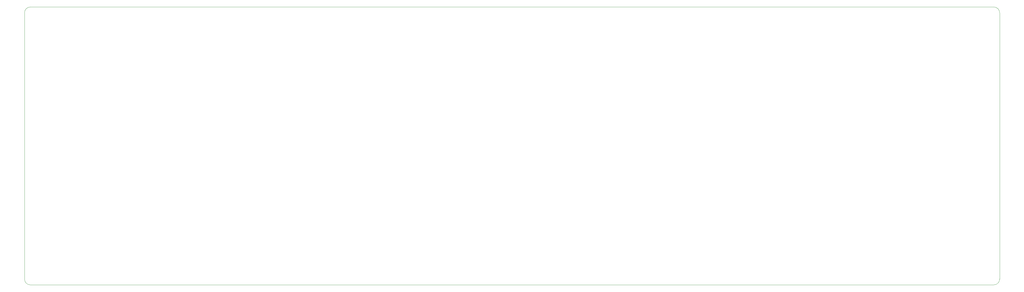
<source format=gbr>
%TF.GenerationSoftware,KiCad,Pcbnew,(6.0.0)*%
%TF.CreationDate,2022-08-23T10:18:14-07:00*%
%TF.ProjectId,Faen65XT,4661656e-3635-4585-942e-6b696361645f,rev?*%
%TF.SameCoordinates,Original*%
%TF.FileFunction,Profile,NP*%
%FSLAX46Y46*%
G04 Gerber Fmt 4.6, Leading zero omitted, Abs format (unit mm)*
G04 Created by KiCad (PCBNEW (6.0.0)) date 2022-08-23 10:18:14*
%MOMM*%
%LPD*%
G01*
G04 APERTURE LIST*
%TA.AperFunction,Profile*%
%ADD10C,0.100000*%
%TD*%
G04 APERTURE END LIST*
D10*
X-7540625Y-85725000D02*
X321865625Y-85725000D01*
X321865625Y-85725000D02*
G75*
G03*
X323850000Y-83740625I0J1984375D01*
G01*
X-9525000Y-83740625D02*
G75*
G03*
X-7540625Y-85725000I1984375J0D01*
G01*
X323850000Y7540625D02*
G75*
G03*
X321865625Y9525000I-1984375J0D01*
G01*
X-9525000Y7540625D02*
X-9525000Y-83740625D01*
X321865625Y9525000D02*
X-7540625Y9525000D01*
X323850000Y-83740625D02*
X323850000Y7540625D01*
X-7540625Y9525000D02*
G75*
G03*
X-9525000Y7540625I0J-1984375D01*
G01*
M02*

</source>
